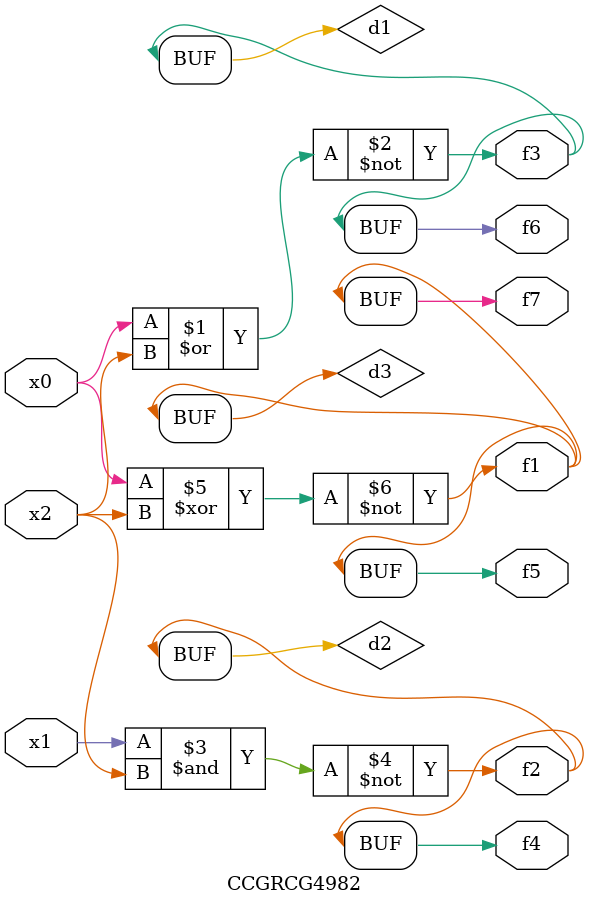
<source format=v>
module CCGRCG4982(
	input x0, x1, x2,
	output f1, f2, f3, f4, f5, f6, f7
);

	wire d1, d2, d3;

	nor (d1, x0, x2);
	nand (d2, x1, x2);
	xnor (d3, x0, x2);
	assign f1 = d3;
	assign f2 = d2;
	assign f3 = d1;
	assign f4 = d2;
	assign f5 = d3;
	assign f6 = d1;
	assign f7 = d3;
endmodule

</source>
